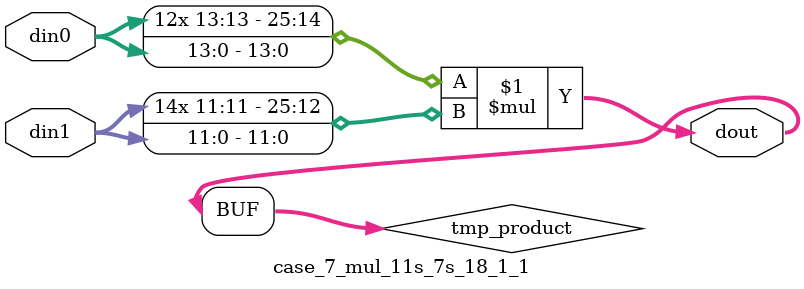
<source format=v>

`timescale 1 ns / 1 ps

 (* use_dsp = "no" *)  module case_7_mul_11s_7s_18_1_1(din0, din1, dout);
parameter ID = 1;
parameter NUM_STAGE = 0;
parameter din0_WIDTH = 14;
parameter din1_WIDTH = 12;
parameter dout_WIDTH = 26;

input [din0_WIDTH - 1 : 0] din0; 
input [din1_WIDTH - 1 : 0] din1; 
output [dout_WIDTH - 1 : 0] dout;

wire signed [dout_WIDTH - 1 : 0] tmp_product;



























assign tmp_product = $signed(din0) * $signed(din1);








assign dout = tmp_product;





















endmodule

</source>
